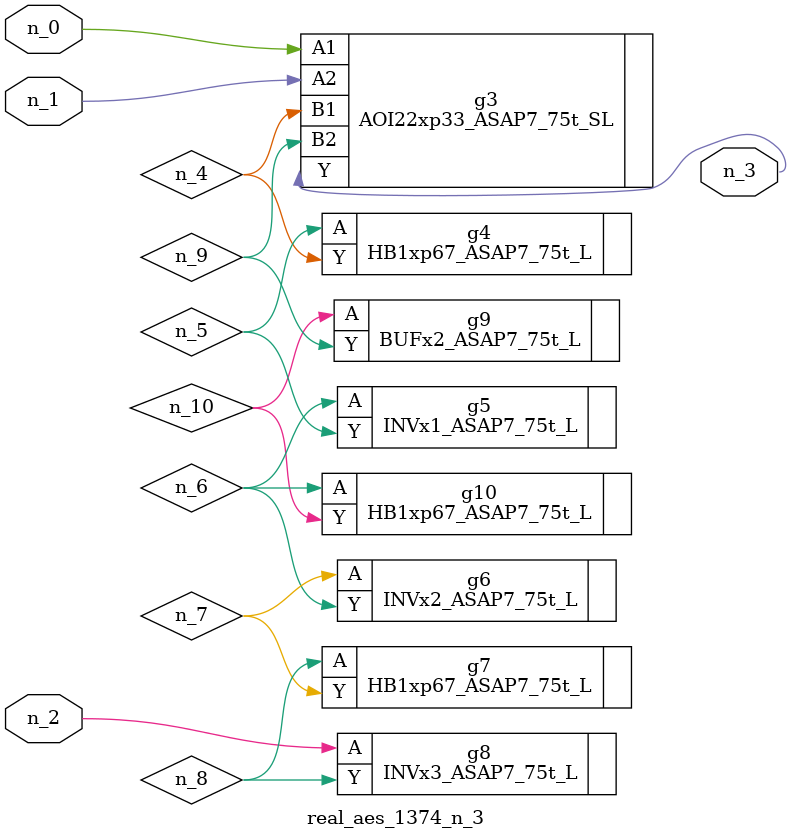
<source format=v>
module real_aes_1374_n_3 (n_0, n_2, n_1, n_3);
input n_0;
input n_2;
input n_1;
output n_3;
wire n_4;
wire n_5;
wire n_7;
wire n_9;
wire n_6;
wire n_8;
wire n_10;
AOI22xp33_ASAP7_75t_SL g3 ( .A1(n_0), .A2(n_1), .B1(n_4), .B2(n_9), .Y(n_3) );
INVx3_ASAP7_75t_L g8 ( .A(n_2), .Y(n_8) );
HB1xp67_ASAP7_75t_L g4 ( .A(n_5), .Y(n_4) );
INVx1_ASAP7_75t_L g5 ( .A(n_6), .Y(n_5) );
HB1xp67_ASAP7_75t_L g10 ( .A(n_6), .Y(n_10) );
INVx2_ASAP7_75t_L g6 ( .A(n_7), .Y(n_6) );
HB1xp67_ASAP7_75t_L g7 ( .A(n_8), .Y(n_7) );
BUFx2_ASAP7_75t_L g9 ( .A(n_10), .Y(n_9) );
endmodule
</source>
